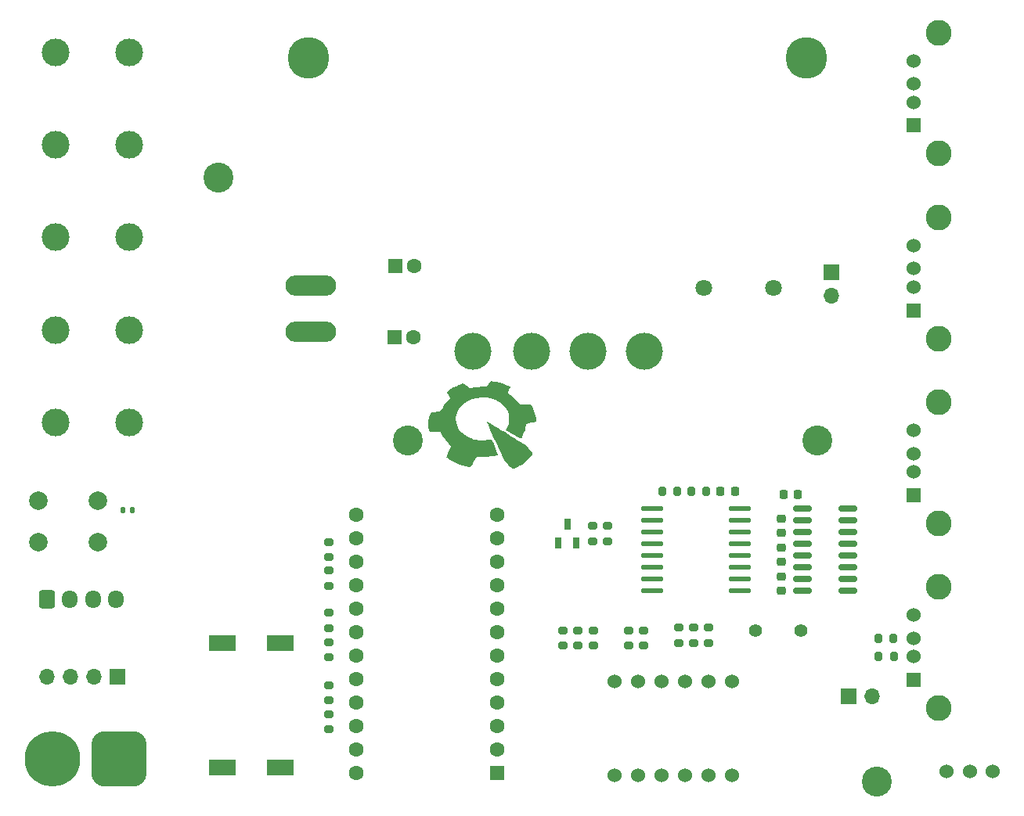
<source format=gbr>
%TF.GenerationSoftware,KiCad,Pcbnew,7.0.7*%
%TF.CreationDate,2024-02-23T22:21:44-08:00*%
%TF.ProjectId,PDB,5044422e-6b69-4636-9164-5f7063625858,rev?*%
%TF.SameCoordinates,Original*%
%TF.FileFunction,Soldermask,Top*%
%TF.FilePolarity,Negative*%
%FSLAX46Y46*%
G04 Gerber Fmt 4.6, Leading zero omitted, Abs format (unit mm)*
G04 Created by KiCad (PCBNEW 7.0.7) date 2024-02-23 22:21:44*
%MOMM*%
%LPD*%
G01*
G04 APERTURE LIST*
G04 Aperture macros list*
%AMRoundRect*
0 Rectangle with rounded corners*
0 $1 Rounding radius*
0 $2 $3 $4 $5 $6 $7 $8 $9 X,Y pos of 4 corners*
0 Add a 4 corners polygon primitive as box body*
4,1,4,$2,$3,$4,$5,$6,$7,$8,$9,$2,$3,0*
0 Add four circle primitives for the rounded corners*
1,1,$1+$1,$2,$3*
1,1,$1+$1,$4,$5*
1,1,$1+$1,$6,$7*
1,1,$1+$1,$8,$9*
0 Add four rect primitives between the rounded corners*
20,1,$1+$1,$2,$3,$4,$5,0*
20,1,$1+$1,$4,$5,$6,$7,0*
20,1,$1+$1,$6,$7,$8,$9,0*
20,1,$1+$1,$8,$9,$2,$3,0*%
G04 Aperture macros list end*
%ADD10C,1.524000*%
%ADD11C,1.400000*%
%ADD12C,2.000000*%
%ADD13RoundRect,0.135000X-0.135000X-0.185000X0.135000X-0.185000X0.135000X0.185000X-0.135000X0.185000X0*%
%ADD14R,1.700000X1.700000*%
%ADD15O,1.700000X1.700000*%
%ADD16RoundRect,0.200000X0.275000X-0.200000X0.275000X0.200000X-0.275000X0.200000X-0.275000X-0.200000X0*%
%ADD17R,1.600000X1.600000*%
%ADD18C,1.600000*%
%ADD19R,1.524000X1.524000*%
%ADD20C,2.800000*%
%ADD21RoundRect,0.250000X-0.600000X-0.725000X0.600000X-0.725000X0.600000X0.725000X-0.600000X0.725000X0*%
%ADD22O,1.700000X1.950000*%
%ADD23RoundRect,0.225000X0.225000X0.250000X-0.225000X0.250000X-0.225000X-0.250000X0.225000X-0.250000X0*%
%ADD24C,1.800000*%
%ADD25RoundRect,0.200000X-0.275000X0.200000X-0.275000X-0.200000X0.275000X-0.200000X0.275000X0.200000X0*%
%ADD26RoundRect,0.225000X0.250000X-0.225000X0.250000X0.225000X-0.250000X0.225000X-0.250000X-0.225000X0*%
%ADD27C,3.000000*%
%ADD28R,2.921000X1.651000*%
%ADD29O,2.401000X0.574000*%
%ADD30RoundRect,0.200000X-0.200000X-0.275000X0.200000X-0.275000X0.200000X0.275000X-0.200000X0.275000X0*%
%ADD31C,3.240000*%
%ADD32R,0.700000X1.250000*%
%ADD33RoundRect,0.225000X-0.225000X-0.250000X0.225000X-0.250000X0.225000X0.250000X-0.225000X0.250000X0*%
%ADD34C,4.495800*%
%ADD35C,4.000000*%
%ADD36O,5.500000X2.200000*%
%ADD37RoundRect,0.150000X-0.825000X-0.150000X0.825000X-0.150000X0.825000X0.150000X-0.825000X0.150000X0*%
%ADD38RoundRect,1.500000X1.500000X1.500000X-1.500000X1.500000X-1.500000X-1.500000X1.500000X-1.500000X0*%
%ADD39C,6.000000*%
%ADD40RoundRect,0.225000X-0.250000X0.225000X-0.250000X-0.225000X0.250000X-0.225000X0.250000X0.225000X0*%
G04 APERTURE END LIST*
%TO.C,G\u002A\u002A\u002A*%
G36*
X110734247Y-63087964D02*
G01*
X110856606Y-63152628D01*
X111043446Y-63258148D01*
X111285003Y-63398556D01*
X111571513Y-63567883D01*
X111893212Y-63760163D01*
X112240337Y-63969426D01*
X112603123Y-64189706D01*
X112971806Y-64415033D01*
X113336624Y-64639441D01*
X113687811Y-64856962D01*
X114015604Y-65061627D01*
X114310239Y-65247468D01*
X114561953Y-65408518D01*
X114760981Y-65538809D01*
X114897559Y-65632373D01*
X114961925Y-65683242D01*
X114962593Y-65683995D01*
X115064934Y-65801607D01*
X115204594Y-65961677D01*
X115353505Y-66132039D01*
X115371870Y-66153025D01*
X115496709Y-66304078D01*
X115590620Y-66433735D01*
X115637636Y-66519422D01*
X115640223Y-66532472D01*
X115606025Y-66603965D01*
X115513623Y-66725934D01*
X115378303Y-66882197D01*
X115215353Y-67056571D01*
X115040059Y-67232873D01*
X114867707Y-67394922D01*
X114713586Y-67526535D01*
X114668447Y-67561184D01*
X114484194Y-67685469D01*
X114262323Y-67817687D01*
X114030469Y-67943123D01*
X113816269Y-68047064D01*
X113647359Y-68114796D01*
X113606239Y-68126701D01*
X113547403Y-68130468D01*
X113480223Y-68106311D01*
X113391328Y-68044169D01*
X113267344Y-67933983D01*
X113094900Y-67765696D01*
X113000934Y-67671364D01*
X112519653Y-67185868D01*
X111593914Y-65136769D01*
X111404163Y-64715537D01*
X111228279Y-64322719D01*
X111070249Y-63967395D01*
X110934061Y-63658643D01*
X110823704Y-63405543D01*
X110743166Y-63217174D01*
X110696433Y-63102614D01*
X110686133Y-63070123D01*
X110734247Y-63087964D01*
G37*
G36*
X111441918Y-58702151D02*
G01*
X111725889Y-58749651D01*
X112062154Y-58832431D01*
X112414942Y-58940077D01*
X112748477Y-59062170D01*
X112899305Y-59126493D01*
X113053796Y-59198583D01*
X113164875Y-59254433D01*
X113209301Y-59282334D01*
X113209364Y-59282679D01*
X113193720Y-59333515D01*
X113152512Y-59452733D01*
X113094322Y-59615557D01*
X113088244Y-59632332D01*
X112967125Y-59966256D01*
X113224670Y-60138168D01*
X113366235Y-60245166D01*
X113549818Y-60401554D01*
X113749425Y-60584485D01*
X113902800Y-60734204D01*
X114323384Y-61158329D01*
X114850091Y-61158329D01*
X115097879Y-61159651D01*
X115269878Y-61172016D01*
X115389505Y-61208026D01*
X115480178Y-61280282D01*
X115565314Y-61401385D01*
X115668332Y-61583935D01*
X115679834Y-61604814D01*
X115792513Y-61838587D01*
X115888575Y-62093404D01*
X115964425Y-62351425D01*
X116016469Y-62594809D01*
X116041113Y-62805717D01*
X116034762Y-62966310D01*
X115993822Y-63058747D01*
X115975086Y-63070213D01*
X115902184Y-63088530D01*
X115755624Y-63118899D01*
X115559514Y-63156471D01*
X115416981Y-63182444D01*
X114920887Y-63271062D01*
X114907854Y-63442527D01*
X114871212Y-63672954D01*
X114798681Y-63947631D01*
X114701129Y-64236650D01*
X114589425Y-64510103D01*
X114474437Y-64738081D01*
X114392090Y-64861840D01*
X114362942Y-64874309D01*
X114305577Y-64864136D01*
X114211364Y-64826936D01*
X114071674Y-64758327D01*
X113877877Y-64653926D01*
X113621344Y-64509349D01*
X113293444Y-64320213D01*
X113073946Y-64192333D01*
X112722007Y-63986790D01*
X112903674Y-63632456D01*
X112984945Y-63469159D01*
X113037406Y-63340327D01*
X113067281Y-63215561D01*
X113080795Y-63064466D01*
X113084175Y-62856643D01*
X113084085Y-62751527D01*
X113081069Y-62505957D01*
X113069887Y-62329834D01*
X113045255Y-62193429D01*
X113001892Y-62067012D01*
X112937653Y-61927275D01*
X112806810Y-61709874D01*
X112622799Y-61471848D01*
X112467620Y-61302993D01*
X112075201Y-60976761D01*
X111628367Y-60724549D01*
X111140390Y-60547836D01*
X110624548Y-60448099D01*
X110094114Y-60426817D01*
X109562363Y-60485469D01*
X109042570Y-60625533D01*
X108548011Y-60848487D01*
X108521278Y-60863484D01*
X108306002Y-61011978D01*
X108073623Y-61214981D01*
X107849980Y-61445897D01*
X107660911Y-61678133D01*
X107535902Y-61877665D01*
X107379641Y-62292112D01*
X107318606Y-62705689D01*
X107349010Y-63111180D01*
X107467062Y-63501365D01*
X107668976Y-63869029D01*
X107950961Y-64206953D01*
X108309230Y-64507920D01*
X108739993Y-64764714D01*
X109141395Y-64936082D01*
X109290968Y-64985415D01*
X109433859Y-65018755D01*
X109595407Y-65039079D01*
X109800949Y-65049365D01*
X110075826Y-65052588D01*
X110133582Y-65052648D01*
X110402763Y-65049807D01*
X110655579Y-65042034D01*
X110865442Y-65030478D01*
X111005760Y-65016288D01*
X111016292Y-65014529D01*
X111150388Y-64995045D01*
X111223712Y-65012489D01*
X111273057Y-65085759D01*
X111306042Y-65163357D01*
X111353856Y-65278560D01*
X111430486Y-65461780D01*
X111526133Y-65689638D01*
X111630994Y-65938757D01*
X111652503Y-65989771D01*
X111747994Y-66221779D01*
X111825039Y-66419822D01*
X111877326Y-66566802D01*
X111898546Y-66645620D01*
X111897593Y-66653823D01*
X111841106Y-66674331D01*
X111710764Y-66708409D01*
X111529996Y-66750140D01*
X111437368Y-66770065D01*
X111113153Y-66822671D01*
X110737610Y-66852869D01*
X110301161Y-66862555D01*
X109600575Y-66863407D01*
X109282141Y-67396708D01*
X109136297Y-67635549D01*
X109020634Y-67799082D01*
X108916174Y-67898186D01*
X108803939Y-67943738D01*
X108664952Y-67946615D01*
X108480234Y-67917695D01*
X108400662Y-67901952D01*
X108076043Y-67819399D01*
X107716956Y-67700277D01*
X107372424Y-67561627D01*
X107231434Y-67495541D01*
X107059793Y-67402866D01*
X106870399Y-67288828D01*
X106682488Y-67166594D01*
X106515294Y-67049332D01*
X106388054Y-66950209D01*
X106320004Y-66882394D01*
X106313661Y-66867277D01*
X106333929Y-66808925D01*
X106389071Y-66680485D01*
X106470590Y-66501110D01*
X106566875Y-66296468D01*
X106820090Y-65766387D01*
X106523648Y-65457673D01*
X106160695Y-65025645D01*
X105874165Y-64569449D01*
X105777913Y-64370536D01*
X105674318Y-64134892D01*
X105077961Y-64134892D01*
X104825411Y-64133873D01*
X104653805Y-64128748D01*
X104544874Y-64116411D01*
X104480348Y-64093758D01*
X104441959Y-64057684D01*
X104421117Y-64023271D01*
X104389926Y-63910917D01*
X104369198Y-63725229D01*
X104358887Y-63491529D01*
X104358945Y-63235142D01*
X104369325Y-62981395D01*
X104389980Y-62755610D01*
X104420863Y-62583114D01*
X104423824Y-62572196D01*
X104493542Y-62343791D01*
X104558774Y-62193863D01*
X104634647Y-62103629D01*
X104736287Y-62054307D01*
X104860810Y-62029581D01*
X105047001Y-62001905D01*
X105269805Y-61966880D01*
X105406422Y-61944500D01*
X105714613Y-61892935D01*
X105917376Y-61523491D01*
X106053858Y-61304694D01*
X106228720Y-61065052D01*
X106407586Y-60851180D01*
X106434470Y-60822266D01*
X106748801Y-60490485D01*
X106527641Y-60180557D01*
X106426145Y-60026998D01*
X106357998Y-59901519D01*
X106335410Y-59827226D01*
X106337406Y-59820589D01*
X106430495Y-59725687D01*
X106597693Y-59607550D01*
X106819446Y-59475680D01*
X107076201Y-59339576D01*
X107348403Y-59208740D01*
X107616499Y-59092671D01*
X107860935Y-59000870D01*
X108062156Y-58942837D01*
X108176346Y-58927127D01*
X108265478Y-58960461D01*
X108387193Y-59047563D01*
X108474003Y-59128272D01*
X108618633Y-59271377D01*
X108733418Y-59355967D01*
X108849632Y-59391174D01*
X108998549Y-59386130D01*
X109211445Y-59349965D01*
X109224659Y-59347440D01*
X109446923Y-59315336D01*
X109724535Y-59290215D01*
X110013689Y-59275543D01*
X110163601Y-59273182D01*
X110714519Y-59273173D01*
X111137949Y-58669533D01*
X111441918Y-58702151D01*
G37*
%TD*%
D10*
%TO.C,SW2*%
X160415600Y-100863400D03*
X162915600Y-100863400D03*
X165415600Y-100863400D03*
%TD*%
D11*
%TO.C,Y1*%
X144613800Y-85623400D03*
X139713800Y-85623400D03*
%TD*%
D12*
%TO.C,SW3*%
X62150000Y-76100000D03*
X68650000Y-76100000D03*
X62150000Y-71600000D03*
X68650000Y-71600000D03*
%TD*%
D13*
%TO.C,R21*%
X71290000Y-72600000D03*
X72310000Y-72600000D03*
%TD*%
D14*
%TO.C,J3*%
X149800000Y-92800000D03*
D15*
X152340000Y-92800000D03*
%TD*%
D16*
%TO.C,R11*%
X134645400Y-87007200D03*
X134645400Y-85357200D03*
%TD*%
D17*
%TO.C,C2*%
X100695688Y-53898800D03*
D18*
X102695688Y-53898800D03*
%TD*%
D14*
%TO.C,J1*%
X147955000Y-46883400D03*
D15*
X147955000Y-49423400D03*
%TD*%
D19*
%TO.C,USB2*%
X156845000Y-50998000D03*
D10*
X156845000Y-48498000D03*
X156845000Y-46498000D03*
X156845000Y-43998000D03*
D20*
X159555000Y-40948000D03*
X159555000Y-54048000D03*
%TD*%
D16*
%TO.C,R7*%
X118872000Y-87312000D03*
X118872000Y-85662000D03*
%TD*%
%TO.C,R6*%
X93599000Y-77723000D03*
X93599000Y-76073000D03*
%TD*%
D21*
%TO.C,Jst1*%
X63093600Y-82270600D03*
D22*
X65593600Y-82270600D03*
X68093600Y-82270600D03*
X70593600Y-82270600D03*
%TD*%
D10*
%TO.C,D3*%
X124460000Y-101346000D03*
X127000000Y-101346000D03*
X129540000Y-101346000D03*
X132080000Y-101346000D03*
X134620000Y-101346000D03*
X137160000Y-101346000D03*
X137160000Y-91186000D03*
X134620000Y-91186000D03*
X132080000Y-91186000D03*
X129540000Y-91186000D03*
X127000000Y-91186000D03*
X124460000Y-91186000D03*
%TD*%
D23*
%TO.C,C3*%
X144335800Y-70891400D03*
X142785800Y-70891400D03*
%TD*%
D24*
%TO.C,B1*%
X134172000Y-48614000D03*
X141672000Y-48614000D03*
%TD*%
D25*
%TO.C,R12*%
X125984000Y-85662000D03*
X125984000Y-87312000D03*
%TD*%
D16*
%TO.C,R2*%
X93599000Y-93218000D03*
X93599000Y-91568000D03*
%TD*%
D26*
%TO.C,C5*%
X142544800Y-78219600D03*
X142544800Y-76669600D03*
%TD*%
D19*
%TO.C,USB3*%
X156845000Y-70998000D03*
D10*
X156845000Y-68498000D03*
X156845000Y-66498000D03*
X156845000Y-63998000D03*
D20*
X159555000Y-60948000D03*
X159555000Y-74048000D03*
%TD*%
D27*
%TO.C,A2*%
X72000000Y-33113400D03*
X64000000Y-33113400D03*
%TD*%
D25*
%TO.C,R5*%
X93599000Y-79185000D03*
X93599000Y-80835000D03*
%TD*%
%TO.C,R3*%
X93599000Y-83757000D03*
X93599000Y-85407000D03*
%TD*%
D17*
%TO.C,Pro1*%
X111760000Y-101092000D03*
D18*
X111760000Y-98552000D03*
X111760000Y-96012000D03*
X111760000Y-93472000D03*
X111760000Y-90932000D03*
X111760000Y-88392000D03*
X111760000Y-85852000D03*
X111760000Y-83312000D03*
X111760000Y-80772000D03*
X111760000Y-78232000D03*
X111760000Y-75692000D03*
X111760000Y-73152000D03*
X96520000Y-73152000D03*
X96520000Y-75692000D03*
X96520000Y-78232000D03*
X96520000Y-80772000D03*
X96520000Y-83312000D03*
X96520000Y-85852000D03*
X96520000Y-88392000D03*
X96520000Y-90932000D03*
X96520000Y-93472000D03*
X96520000Y-96012000D03*
X96520000Y-98552000D03*
X96520000Y-101092000D03*
%TD*%
D28*
%TO.C,F1*%
X82092800Y-100507800D03*
X88315800Y-100507800D03*
X82092800Y-87045800D03*
X88315800Y-87045800D03*
%TD*%
D16*
%TO.C,R10*%
X133019800Y-87007200D03*
X133019800Y-85357200D03*
%TD*%
D25*
%TO.C,R14*%
X131394200Y-85357200D03*
X131394200Y-87007200D03*
%TD*%
D27*
%TO.C,A4*%
X72000000Y-53113400D03*
X64000000Y-53113400D03*
%TD*%
D19*
%TO.C,USB1*%
X156845000Y-30998000D03*
D10*
X156845000Y-28498000D03*
X156845000Y-26498000D03*
X156845000Y-23998000D03*
D20*
X159555000Y-20948000D03*
X159555000Y-34048000D03*
%TD*%
D29*
%TO.C,U3*%
X128523800Y-72491600D03*
X128523800Y-73761600D03*
X128523800Y-75031600D03*
X128523800Y-76301600D03*
X128523800Y-77571600D03*
X128523800Y-78841600D03*
X128523800Y-80111600D03*
X128523800Y-81381600D03*
X138023800Y-81381600D03*
X138023800Y-80111600D03*
X138023800Y-78841600D03*
X138023800Y-77571600D03*
X138023800Y-76301600D03*
X138023800Y-75031600D03*
X138023800Y-73761600D03*
X138023800Y-72491600D03*
%TD*%
D30*
%TO.C,R20*%
X132779000Y-70612000D03*
X134429000Y-70612000D03*
%TD*%
D17*
%TO.C,C1*%
X100797288Y-46228000D03*
D18*
X102797288Y-46228000D03*
%TD*%
D30*
%TO.C,R17*%
X153048200Y-88493600D03*
X154698200Y-88493600D03*
%TD*%
D26*
%TO.C,C4*%
X142547800Y-75070000D03*
X142547800Y-73520000D03*
%TD*%
D31*
%TO.C,REF\u002A\u002A*%
X102108000Y-65125600D03*
%TD*%
D16*
%TO.C,R1*%
X93599000Y-96330000D03*
X93599000Y-94680000D03*
%TD*%
D32*
%TO.C,Q1*%
X118432500Y-76151000D03*
X120332500Y-76151000D03*
X119382500Y-74151000D03*
%TD*%
D27*
%TO.C,A5*%
X72000000Y-63113400D03*
X64000000Y-63113400D03*
%TD*%
D30*
%TO.C,R19*%
X129629400Y-70612000D03*
X131279400Y-70612000D03*
%TD*%
D33*
%TO.C,C7*%
X135953200Y-70612000D03*
X137503200Y-70612000D03*
%TD*%
D16*
%TO.C,R4*%
X93599000Y-88582000D03*
X93599000Y-86932000D03*
%TD*%
D27*
%TO.C,A3*%
X72000000Y-43113400D03*
X64000000Y-43113400D03*
%TD*%
D34*
%TO.C,Converter1*%
X145211800Y-23672800D03*
X91363800Y-23672800D03*
D35*
X127685800Y-55422800D03*
X121589800Y-55422800D03*
X115493800Y-55422800D03*
X109143800Y-55422800D03*
%TD*%
D16*
%TO.C,R15*%
X122097800Y-75983600D03*
X122097800Y-74333600D03*
%TD*%
%TO.C,R9*%
X122174000Y-87312000D03*
X122174000Y-85662000D03*
%TD*%
D27*
%TO.C,A1*%
X72000000Y-23113400D03*
X64000000Y-23113400D03*
%TD*%
D25*
%TO.C,R13*%
X127635000Y-85662000D03*
X127635000Y-87312000D03*
%TD*%
D36*
%TO.C,Sw1*%
X91617800Y-53340000D03*
X91617800Y-48340000D03*
%TD*%
D37*
%TO.C,U2*%
X144808400Y-72491600D03*
X144808400Y-73761600D03*
X144808400Y-75031600D03*
X144808400Y-76301600D03*
X144808400Y-77571600D03*
X144808400Y-78841600D03*
X144808400Y-80111600D03*
X144808400Y-81381600D03*
X149758400Y-81381600D03*
X149758400Y-80111600D03*
X149758400Y-78841600D03*
X149758400Y-77571600D03*
X149758400Y-76301600D03*
X149758400Y-75031600D03*
X149758400Y-73761600D03*
X149758400Y-72491600D03*
%TD*%
D16*
%TO.C,R16*%
X123748800Y-75983600D03*
X123748800Y-74333600D03*
%TD*%
D38*
%TO.C,Batt1*%
X70866000Y-99568000D03*
D39*
X63666000Y-99568000D03*
%TD*%
D40*
%TO.C,C6*%
X142544800Y-79819200D03*
X142544800Y-81369200D03*
%TD*%
D31*
%TO.C,REF\u002A\u002A*%
X81635600Y-36677600D03*
%TD*%
%TO.C,REF\u002A\u002A*%
X152883400Y-102006400D03*
%TD*%
%TO.C,REF\u002A\u002A*%
X146456400Y-65125600D03*
%TD*%
D14*
%TO.C,J2*%
X70713600Y-90627200D03*
D15*
X68173600Y-90627200D03*
X65633600Y-90627200D03*
X63093600Y-90627200D03*
%TD*%
D30*
%TO.C,R18*%
X153022800Y-86487000D03*
X154672800Y-86487000D03*
%TD*%
D19*
%TO.C,DATA1*%
X156845000Y-90998000D03*
D10*
X156845000Y-88498000D03*
X156845000Y-86498000D03*
X156845000Y-83998000D03*
D20*
X159555000Y-80948000D03*
X159555000Y-94048000D03*
%TD*%
D16*
%TO.C,R8*%
X120523000Y-87312000D03*
X120523000Y-85662000D03*
%TD*%
M02*

</source>
